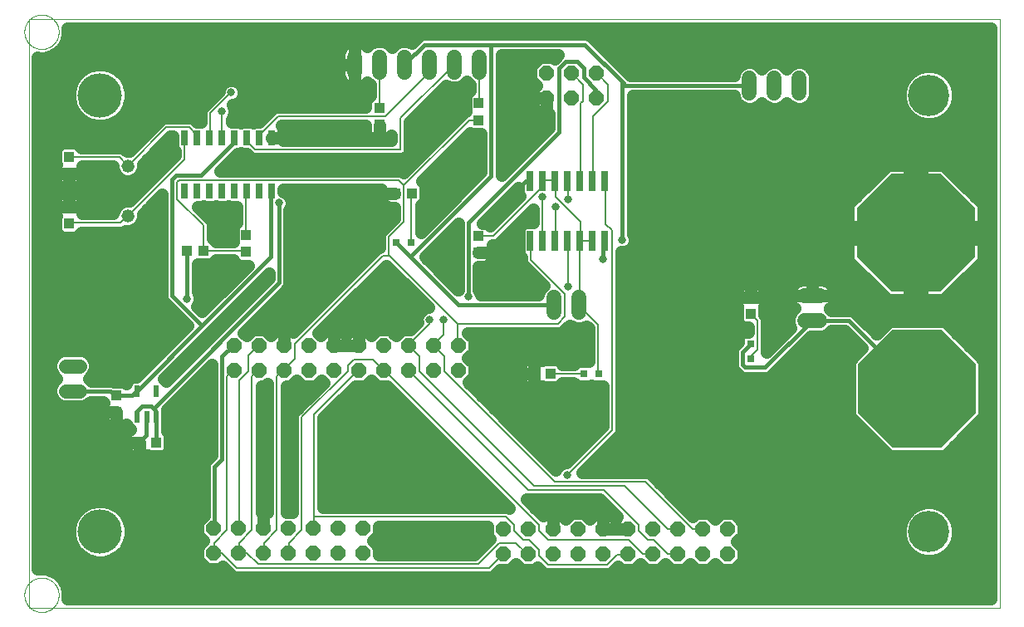
<source format=gtl>
G75*
%MOIN*%
%OFA0B0*%
%FSLAX25Y25*%
%IPPOS*%
%LPD*%
%AMOC8*
5,1,8,0,0,1.08239X$1,22.5*
%
%ADD10C,0.00000*%
%ADD11R,0.03937X0.04331*%
%ADD12C,0.06000*%
%ADD13OC8,0.06000*%
%ADD14R,0.04331X0.03937*%
%ADD15R,0.02165X0.04724*%
%ADD16OC8,0.47244*%
%ADD17C,0.05600*%
%ADD18R,0.02500X0.06000*%
%ADD19C,0.05200*%
%ADD20R,0.03150X0.03150*%
%ADD21R,0.02600X0.08000*%
%ADD22C,0.01600*%
%ADD23C,0.03169*%
%ADD24C,0.05000*%
%ADD25C,0.17780*%
%ADD26C,0.16598*%
%ADD27C,0.00800*%
D10*
X0003500Y0003500D02*
X0003500Y0239720D01*
X0393264Y0239720D01*
X0393264Y0003500D01*
X0003500Y0003500D01*
X0001728Y0008618D02*
X0001730Y0008787D01*
X0001736Y0008956D01*
X0001747Y0009125D01*
X0001761Y0009293D01*
X0001780Y0009461D01*
X0001803Y0009629D01*
X0001829Y0009796D01*
X0001860Y0009962D01*
X0001895Y0010128D01*
X0001934Y0010292D01*
X0001978Y0010456D01*
X0002025Y0010618D01*
X0002076Y0010779D01*
X0002131Y0010939D01*
X0002190Y0011098D01*
X0002252Y0011255D01*
X0002319Y0011410D01*
X0002390Y0011564D01*
X0002464Y0011716D01*
X0002542Y0011866D01*
X0002623Y0012014D01*
X0002708Y0012160D01*
X0002797Y0012304D01*
X0002889Y0012446D01*
X0002985Y0012585D01*
X0003084Y0012722D01*
X0003186Y0012857D01*
X0003292Y0012989D01*
X0003401Y0013118D01*
X0003513Y0013245D01*
X0003628Y0013369D01*
X0003746Y0013490D01*
X0003867Y0013608D01*
X0003991Y0013723D01*
X0004118Y0013835D01*
X0004247Y0013944D01*
X0004379Y0014050D01*
X0004514Y0014152D01*
X0004651Y0014251D01*
X0004790Y0014347D01*
X0004932Y0014439D01*
X0005076Y0014528D01*
X0005222Y0014613D01*
X0005370Y0014694D01*
X0005520Y0014772D01*
X0005672Y0014846D01*
X0005826Y0014917D01*
X0005981Y0014984D01*
X0006138Y0015046D01*
X0006297Y0015105D01*
X0006457Y0015160D01*
X0006618Y0015211D01*
X0006780Y0015258D01*
X0006944Y0015302D01*
X0007108Y0015341D01*
X0007274Y0015376D01*
X0007440Y0015407D01*
X0007607Y0015433D01*
X0007775Y0015456D01*
X0007943Y0015475D01*
X0008111Y0015489D01*
X0008280Y0015500D01*
X0008449Y0015506D01*
X0008618Y0015508D01*
X0008787Y0015506D01*
X0008956Y0015500D01*
X0009125Y0015489D01*
X0009293Y0015475D01*
X0009461Y0015456D01*
X0009629Y0015433D01*
X0009796Y0015407D01*
X0009962Y0015376D01*
X0010128Y0015341D01*
X0010292Y0015302D01*
X0010456Y0015258D01*
X0010618Y0015211D01*
X0010779Y0015160D01*
X0010939Y0015105D01*
X0011098Y0015046D01*
X0011255Y0014984D01*
X0011410Y0014917D01*
X0011564Y0014846D01*
X0011716Y0014772D01*
X0011866Y0014694D01*
X0012014Y0014613D01*
X0012160Y0014528D01*
X0012304Y0014439D01*
X0012446Y0014347D01*
X0012585Y0014251D01*
X0012722Y0014152D01*
X0012857Y0014050D01*
X0012989Y0013944D01*
X0013118Y0013835D01*
X0013245Y0013723D01*
X0013369Y0013608D01*
X0013490Y0013490D01*
X0013608Y0013369D01*
X0013723Y0013245D01*
X0013835Y0013118D01*
X0013944Y0012989D01*
X0014050Y0012857D01*
X0014152Y0012722D01*
X0014251Y0012585D01*
X0014347Y0012446D01*
X0014439Y0012304D01*
X0014528Y0012160D01*
X0014613Y0012014D01*
X0014694Y0011866D01*
X0014772Y0011716D01*
X0014846Y0011564D01*
X0014917Y0011410D01*
X0014984Y0011255D01*
X0015046Y0011098D01*
X0015105Y0010939D01*
X0015160Y0010779D01*
X0015211Y0010618D01*
X0015258Y0010456D01*
X0015302Y0010292D01*
X0015341Y0010128D01*
X0015376Y0009962D01*
X0015407Y0009796D01*
X0015433Y0009629D01*
X0015456Y0009461D01*
X0015475Y0009293D01*
X0015489Y0009125D01*
X0015500Y0008956D01*
X0015506Y0008787D01*
X0015508Y0008618D01*
X0015506Y0008449D01*
X0015500Y0008280D01*
X0015489Y0008111D01*
X0015475Y0007943D01*
X0015456Y0007775D01*
X0015433Y0007607D01*
X0015407Y0007440D01*
X0015376Y0007274D01*
X0015341Y0007108D01*
X0015302Y0006944D01*
X0015258Y0006780D01*
X0015211Y0006618D01*
X0015160Y0006457D01*
X0015105Y0006297D01*
X0015046Y0006138D01*
X0014984Y0005981D01*
X0014917Y0005826D01*
X0014846Y0005672D01*
X0014772Y0005520D01*
X0014694Y0005370D01*
X0014613Y0005222D01*
X0014528Y0005076D01*
X0014439Y0004932D01*
X0014347Y0004790D01*
X0014251Y0004651D01*
X0014152Y0004514D01*
X0014050Y0004379D01*
X0013944Y0004247D01*
X0013835Y0004118D01*
X0013723Y0003991D01*
X0013608Y0003867D01*
X0013490Y0003746D01*
X0013369Y0003628D01*
X0013245Y0003513D01*
X0013118Y0003401D01*
X0012989Y0003292D01*
X0012857Y0003186D01*
X0012722Y0003084D01*
X0012585Y0002985D01*
X0012446Y0002889D01*
X0012304Y0002797D01*
X0012160Y0002708D01*
X0012014Y0002623D01*
X0011866Y0002542D01*
X0011716Y0002464D01*
X0011564Y0002390D01*
X0011410Y0002319D01*
X0011255Y0002252D01*
X0011098Y0002190D01*
X0010939Y0002131D01*
X0010779Y0002076D01*
X0010618Y0002025D01*
X0010456Y0001978D01*
X0010292Y0001934D01*
X0010128Y0001895D01*
X0009962Y0001860D01*
X0009796Y0001829D01*
X0009629Y0001803D01*
X0009461Y0001780D01*
X0009293Y0001761D01*
X0009125Y0001747D01*
X0008956Y0001736D01*
X0008787Y0001730D01*
X0008618Y0001728D01*
X0008449Y0001730D01*
X0008280Y0001736D01*
X0008111Y0001747D01*
X0007943Y0001761D01*
X0007775Y0001780D01*
X0007607Y0001803D01*
X0007440Y0001829D01*
X0007274Y0001860D01*
X0007108Y0001895D01*
X0006944Y0001934D01*
X0006780Y0001978D01*
X0006618Y0002025D01*
X0006457Y0002076D01*
X0006297Y0002131D01*
X0006138Y0002190D01*
X0005981Y0002252D01*
X0005826Y0002319D01*
X0005672Y0002390D01*
X0005520Y0002464D01*
X0005370Y0002542D01*
X0005222Y0002623D01*
X0005076Y0002708D01*
X0004932Y0002797D01*
X0004790Y0002889D01*
X0004651Y0002985D01*
X0004514Y0003084D01*
X0004379Y0003186D01*
X0004247Y0003292D01*
X0004118Y0003401D01*
X0003991Y0003513D01*
X0003867Y0003628D01*
X0003746Y0003746D01*
X0003628Y0003867D01*
X0003513Y0003991D01*
X0003401Y0004118D01*
X0003292Y0004247D01*
X0003186Y0004379D01*
X0003084Y0004514D01*
X0002985Y0004651D01*
X0002889Y0004790D01*
X0002797Y0004932D01*
X0002708Y0005076D01*
X0002623Y0005222D01*
X0002542Y0005370D01*
X0002464Y0005520D01*
X0002390Y0005672D01*
X0002319Y0005826D01*
X0002252Y0005981D01*
X0002190Y0006138D01*
X0002131Y0006297D01*
X0002076Y0006457D01*
X0002025Y0006618D01*
X0001978Y0006780D01*
X0001934Y0006944D01*
X0001895Y0007108D01*
X0001860Y0007274D01*
X0001829Y0007440D01*
X0001803Y0007607D01*
X0001780Y0007775D01*
X0001761Y0007943D01*
X0001747Y0008111D01*
X0001736Y0008280D01*
X0001730Y0008449D01*
X0001728Y0008618D01*
X0001728Y0234602D02*
X0001730Y0234771D01*
X0001736Y0234940D01*
X0001747Y0235109D01*
X0001761Y0235277D01*
X0001780Y0235445D01*
X0001803Y0235613D01*
X0001829Y0235780D01*
X0001860Y0235946D01*
X0001895Y0236112D01*
X0001934Y0236276D01*
X0001978Y0236440D01*
X0002025Y0236602D01*
X0002076Y0236763D01*
X0002131Y0236923D01*
X0002190Y0237082D01*
X0002252Y0237239D01*
X0002319Y0237394D01*
X0002390Y0237548D01*
X0002464Y0237700D01*
X0002542Y0237850D01*
X0002623Y0237998D01*
X0002708Y0238144D01*
X0002797Y0238288D01*
X0002889Y0238430D01*
X0002985Y0238569D01*
X0003084Y0238706D01*
X0003186Y0238841D01*
X0003292Y0238973D01*
X0003401Y0239102D01*
X0003513Y0239229D01*
X0003628Y0239353D01*
X0003746Y0239474D01*
X0003867Y0239592D01*
X0003991Y0239707D01*
X0004118Y0239819D01*
X0004247Y0239928D01*
X0004379Y0240034D01*
X0004514Y0240136D01*
X0004651Y0240235D01*
X0004790Y0240331D01*
X0004932Y0240423D01*
X0005076Y0240512D01*
X0005222Y0240597D01*
X0005370Y0240678D01*
X0005520Y0240756D01*
X0005672Y0240830D01*
X0005826Y0240901D01*
X0005981Y0240968D01*
X0006138Y0241030D01*
X0006297Y0241089D01*
X0006457Y0241144D01*
X0006618Y0241195D01*
X0006780Y0241242D01*
X0006944Y0241286D01*
X0007108Y0241325D01*
X0007274Y0241360D01*
X0007440Y0241391D01*
X0007607Y0241417D01*
X0007775Y0241440D01*
X0007943Y0241459D01*
X0008111Y0241473D01*
X0008280Y0241484D01*
X0008449Y0241490D01*
X0008618Y0241492D01*
X0008787Y0241490D01*
X0008956Y0241484D01*
X0009125Y0241473D01*
X0009293Y0241459D01*
X0009461Y0241440D01*
X0009629Y0241417D01*
X0009796Y0241391D01*
X0009962Y0241360D01*
X0010128Y0241325D01*
X0010292Y0241286D01*
X0010456Y0241242D01*
X0010618Y0241195D01*
X0010779Y0241144D01*
X0010939Y0241089D01*
X0011098Y0241030D01*
X0011255Y0240968D01*
X0011410Y0240901D01*
X0011564Y0240830D01*
X0011716Y0240756D01*
X0011866Y0240678D01*
X0012014Y0240597D01*
X0012160Y0240512D01*
X0012304Y0240423D01*
X0012446Y0240331D01*
X0012585Y0240235D01*
X0012722Y0240136D01*
X0012857Y0240034D01*
X0012989Y0239928D01*
X0013118Y0239819D01*
X0013245Y0239707D01*
X0013369Y0239592D01*
X0013490Y0239474D01*
X0013608Y0239353D01*
X0013723Y0239229D01*
X0013835Y0239102D01*
X0013944Y0238973D01*
X0014050Y0238841D01*
X0014152Y0238706D01*
X0014251Y0238569D01*
X0014347Y0238430D01*
X0014439Y0238288D01*
X0014528Y0238144D01*
X0014613Y0237998D01*
X0014694Y0237850D01*
X0014772Y0237700D01*
X0014846Y0237548D01*
X0014917Y0237394D01*
X0014984Y0237239D01*
X0015046Y0237082D01*
X0015105Y0236923D01*
X0015160Y0236763D01*
X0015211Y0236602D01*
X0015258Y0236440D01*
X0015302Y0236276D01*
X0015341Y0236112D01*
X0015376Y0235946D01*
X0015407Y0235780D01*
X0015433Y0235613D01*
X0015456Y0235445D01*
X0015475Y0235277D01*
X0015489Y0235109D01*
X0015500Y0234940D01*
X0015506Y0234771D01*
X0015508Y0234602D01*
X0015506Y0234433D01*
X0015500Y0234264D01*
X0015489Y0234095D01*
X0015475Y0233927D01*
X0015456Y0233759D01*
X0015433Y0233591D01*
X0015407Y0233424D01*
X0015376Y0233258D01*
X0015341Y0233092D01*
X0015302Y0232928D01*
X0015258Y0232764D01*
X0015211Y0232602D01*
X0015160Y0232441D01*
X0015105Y0232281D01*
X0015046Y0232122D01*
X0014984Y0231965D01*
X0014917Y0231810D01*
X0014846Y0231656D01*
X0014772Y0231504D01*
X0014694Y0231354D01*
X0014613Y0231206D01*
X0014528Y0231060D01*
X0014439Y0230916D01*
X0014347Y0230774D01*
X0014251Y0230635D01*
X0014152Y0230498D01*
X0014050Y0230363D01*
X0013944Y0230231D01*
X0013835Y0230102D01*
X0013723Y0229975D01*
X0013608Y0229851D01*
X0013490Y0229730D01*
X0013369Y0229612D01*
X0013245Y0229497D01*
X0013118Y0229385D01*
X0012989Y0229276D01*
X0012857Y0229170D01*
X0012722Y0229068D01*
X0012585Y0228969D01*
X0012446Y0228873D01*
X0012304Y0228781D01*
X0012160Y0228692D01*
X0012014Y0228607D01*
X0011866Y0228526D01*
X0011716Y0228448D01*
X0011564Y0228374D01*
X0011410Y0228303D01*
X0011255Y0228236D01*
X0011098Y0228174D01*
X0010939Y0228115D01*
X0010779Y0228060D01*
X0010618Y0228009D01*
X0010456Y0227962D01*
X0010292Y0227918D01*
X0010128Y0227879D01*
X0009962Y0227844D01*
X0009796Y0227813D01*
X0009629Y0227787D01*
X0009461Y0227764D01*
X0009293Y0227745D01*
X0009125Y0227731D01*
X0008956Y0227720D01*
X0008787Y0227714D01*
X0008618Y0227712D01*
X0008449Y0227714D01*
X0008280Y0227720D01*
X0008111Y0227731D01*
X0007943Y0227745D01*
X0007775Y0227764D01*
X0007607Y0227787D01*
X0007440Y0227813D01*
X0007274Y0227844D01*
X0007108Y0227879D01*
X0006944Y0227918D01*
X0006780Y0227962D01*
X0006618Y0228009D01*
X0006457Y0228060D01*
X0006297Y0228115D01*
X0006138Y0228174D01*
X0005981Y0228236D01*
X0005826Y0228303D01*
X0005672Y0228374D01*
X0005520Y0228448D01*
X0005370Y0228526D01*
X0005222Y0228607D01*
X0005076Y0228692D01*
X0004932Y0228781D01*
X0004790Y0228873D01*
X0004651Y0228969D01*
X0004514Y0229068D01*
X0004379Y0229170D01*
X0004247Y0229276D01*
X0004118Y0229385D01*
X0003991Y0229497D01*
X0003867Y0229612D01*
X0003746Y0229730D01*
X0003628Y0229851D01*
X0003513Y0229975D01*
X0003401Y0230102D01*
X0003292Y0230231D01*
X0003186Y0230363D01*
X0003084Y0230498D01*
X0002985Y0230635D01*
X0002889Y0230774D01*
X0002797Y0230916D01*
X0002708Y0231060D01*
X0002623Y0231206D01*
X0002542Y0231354D01*
X0002464Y0231504D01*
X0002390Y0231656D01*
X0002319Y0231810D01*
X0002252Y0231965D01*
X0002190Y0232122D01*
X0002131Y0232281D01*
X0002076Y0232441D01*
X0002025Y0232602D01*
X0001978Y0232764D01*
X0001934Y0232928D01*
X0001895Y0233092D01*
X0001860Y0233258D01*
X0001829Y0233424D01*
X0001803Y0233591D01*
X0001780Y0233759D01*
X0001761Y0233927D01*
X0001747Y0234095D01*
X0001736Y0234264D01*
X0001730Y0234433D01*
X0001728Y0234602D01*
D11*
X0019612Y0184489D03*
X0019612Y0177796D03*
X0019600Y0164369D03*
X0019600Y0157676D03*
X0066889Y0146773D03*
X0073581Y0146773D03*
X0090722Y0146312D03*
X0090722Y0153005D03*
X0150482Y0169887D03*
X0157175Y0169887D03*
X0184079Y0199207D03*
X0184079Y0205900D03*
X0206150Y0097543D03*
X0212843Y0097543D03*
X0038630Y0088688D03*
X0038630Y0081995D03*
D12*
X0214185Y0122018D02*
X0214185Y0128018D01*
X0224185Y0128018D02*
X0224185Y0122018D01*
X0314923Y0118709D02*
X0320923Y0118709D01*
X0320923Y0128709D02*
X0314923Y0128709D01*
X0312741Y0209981D02*
X0312741Y0215981D01*
X0302741Y0215981D02*
X0302741Y0209981D01*
X0292741Y0209981D02*
X0292741Y0215981D01*
X0184305Y0218562D02*
X0184305Y0224562D01*
X0174305Y0224562D02*
X0174305Y0218562D01*
X0164305Y0218562D02*
X0164305Y0224562D01*
X0154305Y0224562D02*
X0154305Y0218562D01*
X0144305Y0218562D02*
X0144305Y0224562D01*
X0134305Y0224562D02*
X0134305Y0218562D01*
D13*
X0211330Y0218087D03*
X0221330Y0218087D03*
X0221330Y0208087D03*
X0211330Y0208087D03*
X0231330Y0208087D03*
X0231330Y0218087D03*
X0175853Y0108728D03*
X0165853Y0108728D03*
X0155853Y0108728D03*
X0145853Y0108728D03*
X0135853Y0108728D03*
X0125853Y0108728D03*
X0115853Y0108728D03*
X0105853Y0108728D03*
X0095853Y0108728D03*
X0085853Y0108728D03*
X0085853Y0098728D03*
X0095853Y0098728D03*
X0105853Y0098728D03*
X0115853Y0098728D03*
X0125853Y0098728D03*
X0135853Y0098728D03*
X0145853Y0098728D03*
X0155853Y0098728D03*
X0165853Y0098728D03*
X0175853Y0098728D03*
X0193856Y0035020D03*
X0203856Y0035020D03*
X0213856Y0035020D03*
X0223856Y0035020D03*
X0233856Y0035020D03*
X0243856Y0035020D03*
X0253856Y0035020D03*
X0263856Y0035020D03*
X0273856Y0035020D03*
X0283856Y0035020D03*
X0283856Y0025020D03*
X0273856Y0025020D03*
X0263856Y0025020D03*
X0253856Y0025020D03*
X0243856Y0025020D03*
X0233856Y0025020D03*
X0223856Y0025020D03*
X0213856Y0025020D03*
X0203856Y0025020D03*
X0193856Y0025020D03*
X0137551Y0025335D03*
X0127551Y0025335D03*
X0117551Y0025335D03*
X0107551Y0025335D03*
X0097551Y0025335D03*
X0087551Y0025335D03*
X0077551Y0025335D03*
X0077551Y0035335D03*
X0087551Y0035335D03*
X0097551Y0035335D03*
X0107551Y0035335D03*
X0117551Y0035335D03*
X0127551Y0035335D03*
X0137551Y0035335D03*
D14*
X0054502Y0069769D03*
X0047809Y0069769D03*
X0183943Y0145933D03*
X0183943Y0152625D03*
X0144133Y0197334D03*
X0144133Y0204027D03*
X0293241Y0128122D03*
X0293241Y0121429D03*
D15*
X0054577Y0090457D03*
X0047097Y0090457D03*
X0047097Y0080220D03*
X0050837Y0080220D03*
X0054577Y0080220D03*
D16*
X0359969Y0091470D03*
X0359438Y0154056D03*
D17*
X0023894Y0100513D02*
X0018294Y0100513D01*
X0018294Y0090513D02*
X0023894Y0090513D01*
D18*
X0065950Y0170805D03*
X0070950Y0170805D03*
X0075950Y0170805D03*
X0080950Y0170805D03*
X0085950Y0170805D03*
X0090950Y0170805D03*
X0095950Y0170805D03*
X0100950Y0170805D03*
X0100950Y0192026D03*
X0095950Y0192026D03*
X0090950Y0192026D03*
X0085950Y0192026D03*
X0080950Y0192026D03*
X0075950Y0192026D03*
X0070950Y0192026D03*
X0065950Y0192026D03*
D19*
X0043258Y0180720D03*
X0043258Y0160720D03*
D20*
X0150876Y0150202D03*
X0156781Y0150202D03*
X0226250Y0097438D03*
X0232156Y0097438D03*
X0293124Y0103446D03*
X0293124Y0109352D03*
D21*
X0234747Y0150672D03*
X0229747Y0150672D03*
X0224747Y0150672D03*
X0219747Y0150672D03*
X0214747Y0150672D03*
X0209747Y0150672D03*
X0204747Y0150672D03*
X0204747Y0174872D03*
X0209747Y0174872D03*
X0214747Y0174872D03*
X0219747Y0174872D03*
X0224747Y0174872D03*
X0229747Y0174872D03*
X0234747Y0174872D03*
D22*
X0216300Y0194300D02*
X0179900Y0157900D01*
X0179900Y0128300D01*
X0175900Y0125100D02*
X0213900Y0125100D01*
X0214185Y0125018D01*
X0233815Y0143264D02*
X0233815Y0149169D01*
X0234747Y0150672D01*
X0241689Y0151138D02*
X0241689Y0214130D01*
X0241880Y0214320D01*
X0243100Y0213100D01*
X0292700Y0213100D01*
X0292741Y0212981D01*
X0241880Y0214320D02*
X0226700Y0229500D01*
X0189100Y0229500D01*
X0189100Y0176700D01*
X0156700Y0144300D01*
X0151100Y0149900D01*
X0150876Y0150202D01*
X0156700Y0144300D02*
X0175900Y0125100D01*
X0127500Y0108728D02*
X0127500Y0108700D01*
X0125853Y0108728D01*
X0103900Y0133900D02*
X0103900Y0165900D01*
X0100950Y0170805D02*
X0100700Y0170700D01*
X0100700Y0144300D01*
X0073100Y0116700D01*
X0061100Y0128700D01*
X0061100Y0175500D01*
X0062700Y0177100D01*
X0072700Y0177100D01*
X0085900Y0190300D01*
X0085900Y0191900D01*
X0085950Y0192026D01*
X0067100Y0146700D02*
X0066889Y0146773D01*
X0067100Y0146700D02*
X0067100Y0127500D01*
X0073100Y0116700D02*
X0047500Y0091100D01*
X0047097Y0090457D01*
X0046700Y0090300D01*
X0045100Y0088700D01*
X0038700Y0088700D01*
X0038630Y0088688D01*
X0037900Y0088700D01*
X0036300Y0090300D01*
X0021100Y0090300D01*
X0021094Y0090513D01*
X0047100Y0082300D02*
X0049100Y0084300D01*
X0052700Y0084300D01*
X0053500Y0083500D01*
X0103900Y0133900D01*
X0085853Y0108728D02*
X0085500Y0108700D01*
X0081100Y0104300D01*
X0081100Y0063100D01*
X0077900Y0059900D01*
X0077900Y0035500D01*
X0077551Y0035335D01*
X0054700Y0069900D02*
X0054502Y0069769D01*
X0054700Y0069900D02*
X0054700Y0079900D01*
X0054577Y0080220D01*
X0054300Y0080700D01*
X0054300Y0082700D01*
X0053500Y0083500D01*
X0050837Y0080220D02*
X0050700Y0079900D01*
X0050700Y0072700D01*
X0047900Y0069900D01*
X0047809Y0069769D01*
X0047097Y0080220D02*
X0047100Y0080300D01*
X0047100Y0082300D01*
X0193000Y0164572D02*
X0193100Y0164700D01*
X0203100Y0174700D01*
X0204700Y0174700D01*
X0204747Y0174872D01*
X0216300Y0194300D02*
X0216300Y0219900D01*
X0219100Y0222700D01*
X0223500Y0222700D01*
X0226300Y0219900D01*
X0226300Y0216300D01*
X0231100Y0211500D01*
X0231100Y0208300D01*
X0231330Y0208087D01*
X0189100Y0229500D02*
X0162300Y0229500D01*
X0154700Y0221900D01*
X0154305Y0221562D01*
X0293124Y0109352D02*
X0293100Y0109100D01*
X0289900Y0105900D01*
X0289900Y0101100D01*
X0291100Y0099900D01*
X0299100Y0099900D01*
X0317900Y0118700D01*
X0317923Y0118709D01*
X0318700Y0118700D01*
X0332700Y0118700D01*
X0359900Y0091500D01*
X0359969Y0091470D01*
D23*
X0245065Y0082485D03*
X0233117Y0082485D03*
X0199821Y0098218D03*
X0185758Y0089364D03*
X0169900Y0119100D03*
X0164300Y0119100D03*
X0179900Y0128300D03*
X0190726Y0128804D03*
X0196916Y0143465D03*
X0219900Y0132300D03*
X0233815Y0143264D03*
X0241689Y0151138D03*
X0219900Y0167500D03*
X0215100Y0164300D03*
X0209500Y0168300D03*
X0193000Y0164572D03*
X0169342Y0170945D03*
X0180989Y0183509D03*
X0169524Y0199170D03*
X0157695Y0184238D03*
X0140953Y0191340D03*
X0118896Y0195220D03*
X0116695Y0205294D03*
X0092484Y0203720D03*
X0084700Y0210300D03*
X0081100Y0202700D03*
X0103900Y0165900D03*
X0078964Y0161850D03*
X0080221Y0135406D03*
X0067100Y0127500D03*
X0069156Y0106409D03*
X0035258Y0129424D03*
X0096649Y0134733D03*
X0112717Y0124267D03*
X0142427Y0125481D03*
X0169342Y0144541D03*
X0142924Y0169649D03*
X0200862Y0207406D03*
X0107141Y0090820D03*
X0130435Y0083719D03*
X0097805Y0065911D03*
X0077711Y0064600D03*
X0159916Y0057133D03*
X0161736Y0030911D03*
X0219500Y0056700D03*
D24*
X0215068Y0058764D02*
X0179934Y0093899D01*
X0182153Y0096119D01*
X0182153Y0101338D01*
X0179763Y0103728D01*
X0182153Y0106119D01*
X0182153Y0111338D01*
X0179691Y0113800D01*
X0216636Y0113800D01*
X0217996Y0114363D01*
X0219037Y0115404D01*
X0220463Y0116830D01*
X0220617Y0116677D01*
X0222932Y0115718D01*
X0225438Y0115718D01*
X0227285Y0116482D01*
X0228200Y0115567D01*
X0228200Y0102313D01*
X0224019Y0102313D01*
X0222806Y0101810D01*
X0222196Y0101200D01*
X0217766Y0101200D01*
X0217609Y0101578D01*
X0216681Y0102506D01*
X0215468Y0103008D01*
X0210218Y0103008D01*
X0209758Y0102818D01*
X0209140Y0103074D01*
X0208463Y0103208D01*
X0206150Y0103208D01*
X0203837Y0103208D01*
X0203161Y0103074D01*
X0202524Y0102810D01*
X0201951Y0102427D01*
X0201463Y0101939D01*
X0201080Y0101366D01*
X0200816Y0100729D01*
X0200682Y0100053D01*
X0200682Y0097543D01*
X0200682Y0095033D01*
X0200816Y0094357D01*
X0201080Y0093720D01*
X0201463Y0093147D01*
X0201951Y0092659D01*
X0202524Y0092276D01*
X0203161Y0092012D01*
X0203837Y0091878D01*
X0206150Y0091878D01*
X0206150Y0097543D01*
X0200682Y0097543D01*
X0206150Y0097543D01*
X0206150Y0097543D01*
X0206150Y0097543D01*
X0206150Y0103208D01*
X0206150Y0097543D01*
X0206150Y0097543D01*
X0206150Y0091878D01*
X0208463Y0091878D01*
X0209140Y0092012D01*
X0209758Y0092268D01*
X0210218Y0092078D01*
X0215468Y0092078D01*
X0216681Y0092580D01*
X0217609Y0093508D01*
X0217730Y0093800D01*
X0222072Y0093800D01*
X0222806Y0093066D01*
X0224019Y0092563D01*
X0228482Y0092563D01*
X0229203Y0092862D01*
X0229925Y0092563D01*
X0233800Y0092563D01*
X0233800Y0076233D01*
X0219152Y0061584D01*
X0218528Y0061584D01*
X0216733Y0060841D01*
X0215359Y0059467D01*
X0215068Y0058764D01*
X0210350Y0063482D02*
X0221050Y0063482D01*
X0226048Y0068481D02*
X0205352Y0068481D01*
X0200353Y0073479D02*
X0231047Y0073479D01*
X0233800Y0078478D02*
X0195355Y0078478D01*
X0190356Y0083476D02*
X0233800Y0083476D01*
X0233800Y0088475D02*
X0185358Y0088475D01*
X0180359Y0093473D02*
X0201245Y0093473D01*
X0206150Y0093473D02*
X0206150Y0093473D01*
X0206150Y0098472D02*
X0206150Y0098472D01*
X0200682Y0098472D02*
X0182153Y0098472D01*
X0180021Y0103470D02*
X0228200Y0103470D01*
X0228200Y0108469D02*
X0182153Y0108469D01*
X0180024Y0113467D02*
X0228200Y0113467D01*
X0241200Y0113467D02*
X0289423Y0113467D01*
X0289679Y0113724D02*
X0288751Y0112796D01*
X0288249Y0111583D01*
X0288249Y0110047D01*
X0287578Y0109376D01*
X0286424Y0108222D01*
X0285800Y0106716D01*
X0285800Y0100284D01*
X0286424Y0098778D01*
X0287624Y0097578D01*
X0288778Y0096424D01*
X0290284Y0095800D01*
X0299916Y0095800D01*
X0301422Y0096424D01*
X0317407Y0112409D01*
X0322177Y0112409D01*
X0324492Y0113368D01*
X0325724Y0114600D01*
X0331002Y0114600D01*
X0338013Y0107588D01*
X0333047Y0102622D01*
X0333047Y0080319D01*
X0348817Y0064548D01*
X0371120Y0064548D01*
X0386891Y0080319D01*
X0386891Y0102622D01*
X0371120Y0118392D01*
X0348817Y0118392D01*
X0343812Y0113387D01*
X0335022Y0122176D01*
X0333516Y0122800D01*
X0325742Y0122800D01*
X0324942Y0123599D01*
X0325218Y0123811D01*
X0325821Y0124414D01*
X0326340Y0125090D01*
X0326766Y0125828D01*
X0327092Y0126615D01*
X0327312Y0127438D01*
X0327423Y0128283D01*
X0327423Y0128709D01*
X0327423Y0129135D01*
X0327312Y0129980D01*
X0327092Y0130803D01*
X0326766Y0131590D01*
X0326340Y0132328D01*
X0325821Y0133004D01*
X0325218Y0133606D01*
X0324542Y0134125D01*
X0323804Y0134551D01*
X0323017Y0134877D01*
X0322194Y0135097D01*
X0321349Y0135209D01*
X0317923Y0135209D01*
X0314497Y0135209D01*
X0313653Y0135097D01*
X0312830Y0134877D01*
X0312042Y0134551D01*
X0311304Y0134125D01*
X0310629Y0133606D01*
X0310026Y0133004D01*
X0309507Y0132328D01*
X0309081Y0131590D01*
X0308755Y0130803D01*
X0308535Y0129980D01*
X0308423Y0129135D01*
X0308423Y0128709D01*
X0317923Y0128709D01*
X0317923Y0128709D01*
X0317923Y0135209D01*
X0317923Y0128709D01*
X0317923Y0128709D01*
X0308423Y0128709D01*
X0308423Y0128283D01*
X0308535Y0127438D01*
X0308755Y0126615D01*
X0309081Y0125828D01*
X0309507Y0125090D01*
X0310026Y0124414D01*
X0310629Y0123811D01*
X0310905Y0123599D01*
X0309583Y0122277D01*
X0308623Y0119962D01*
X0308623Y0117456D01*
X0309278Y0115876D01*
X0299483Y0106081D01*
X0299600Y0106364D01*
X0299600Y0119436D01*
X0299037Y0120796D01*
X0298706Y0121126D01*
X0298706Y0124054D01*
X0298516Y0124514D01*
X0298772Y0125132D01*
X0298906Y0125809D01*
X0298906Y0128122D01*
X0298906Y0130435D01*
X0298772Y0131111D01*
X0298508Y0131748D01*
X0298125Y0132321D01*
X0297637Y0132809D01*
X0297064Y0133192D01*
X0296427Y0133456D01*
X0295751Y0133590D01*
X0293241Y0133590D01*
X0293241Y0128122D01*
X0293241Y0128122D01*
X0298906Y0128122D01*
X0293241Y0128122D01*
X0293241Y0128122D01*
X0293241Y0133590D01*
X0290731Y0133590D01*
X0290055Y0133456D01*
X0289418Y0133192D01*
X0288844Y0132809D01*
X0288357Y0132321D01*
X0287974Y0131748D01*
X0287710Y0131111D01*
X0287576Y0130435D01*
X0287576Y0128122D01*
X0293241Y0128122D01*
X0293241Y0128122D01*
X0287576Y0128122D01*
X0287576Y0125809D01*
X0287710Y0125132D01*
X0287966Y0124514D01*
X0287776Y0124054D01*
X0287776Y0118804D01*
X0288278Y0117591D01*
X0289206Y0116663D01*
X0290419Y0116160D01*
X0292200Y0116160D01*
X0292200Y0114227D01*
X0290892Y0114227D01*
X0289679Y0113724D01*
X0287916Y0118466D02*
X0241200Y0118466D01*
X0241200Y0123464D02*
X0287776Y0123464D01*
X0287576Y0128463D02*
X0241200Y0128463D01*
X0241200Y0133461D02*
X0290082Y0133461D01*
X0293241Y0133461D02*
X0293241Y0133461D01*
X0296400Y0133461D02*
X0310484Y0133461D01*
X0308423Y0128463D02*
X0298906Y0128463D01*
X0298706Y0123464D02*
X0310769Y0123464D01*
X0308623Y0118466D02*
X0299600Y0118466D01*
X0299600Y0113467D02*
X0306869Y0113467D01*
X0301870Y0108469D02*
X0299600Y0108469D01*
X0308468Y0103470D02*
X0333895Y0103470D01*
X0333047Y0098472D02*
X0303470Y0098472D01*
X0313467Y0108469D02*
X0337133Y0108469D01*
X0332134Y0113467D02*
X0324592Y0113467D01*
X0325077Y0123464D02*
X0389764Y0123464D01*
X0389764Y0118466D02*
X0338732Y0118466D01*
X0343731Y0113467D02*
X0343892Y0113467D01*
X0348204Y0126934D02*
X0356938Y0126934D01*
X0356938Y0151555D01*
X0361938Y0151555D01*
X0361938Y0126934D01*
X0370672Y0126934D01*
X0386560Y0142821D01*
X0386560Y0151556D01*
X0361938Y0151556D01*
X0361938Y0156556D01*
X0356938Y0156556D01*
X0356938Y0181178D01*
X0348204Y0181178D01*
X0332316Y0165290D01*
X0332316Y0156556D01*
X0356938Y0156556D01*
X0356938Y0151556D01*
X0332316Y0151556D01*
X0332316Y0142821D01*
X0348204Y0126934D01*
X0346674Y0128463D02*
X0327423Y0128463D01*
X0327423Y0128709D02*
X0317924Y0128709D01*
X0327423Y0128709D01*
X0325363Y0133461D02*
X0341676Y0133461D01*
X0336677Y0138460D02*
X0241200Y0138460D01*
X0241200Y0143458D02*
X0332316Y0143458D01*
X0332316Y0148457D02*
X0245865Y0148457D01*
X0245830Y0148371D02*
X0246573Y0150166D01*
X0246573Y0152109D01*
X0245830Y0153904D01*
X0245789Y0153945D01*
X0245789Y0209000D01*
X0286441Y0209000D01*
X0286441Y0208728D01*
X0287400Y0206412D01*
X0289172Y0204640D01*
X0291488Y0203681D01*
X0293994Y0203681D01*
X0296310Y0204640D01*
X0297741Y0206071D01*
X0299172Y0204640D01*
X0301488Y0203681D01*
X0303994Y0203681D01*
X0306310Y0204640D01*
X0307741Y0206071D01*
X0309172Y0204640D01*
X0311488Y0203681D01*
X0313994Y0203681D01*
X0316310Y0204640D01*
X0318082Y0206412D01*
X0319041Y0208728D01*
X0319041Y0217234D01*
X0318082Y0219550D01*
X0316310Y0221322D01*
X0313994Y0222281D01*
X0311488Y0222281D01*
X0309172Y0221322D01*
X0307741Y0219891D01*
X0306310Y0221322D01*
X0303994Y0222281D01*
X0301488Y0222281D01*
X0299172Y0221322D01*
X0297741Y0219891D01*
X0296310Y0221322D01*
X0293994Y0222281D01*
X0291488Y0222281D01*
X0289172Y0221322D01*
X0287400Y0219550D01*
X0286441Y0217234D01*
X0286441Y0217200D01*
X0244798Y0217200D01*
X0244202Y0217796D01*
X0230176Y0231822D01*
X0229022Y0232976D01*
X0227516Y0233600D01*
X0161484Y0233600D01*
X0159978Y0232976D01*
X0158824Y0231822D01*
X0157189Y0230187D01*
X0155558Y0230862D01*
X0153051Y0230862D01*
X0150736Y0229903D01*
X0149305Y0228472D01*
X0147873Y0229903D01*
X0145558Y0230862D01*
X0143051Y0230862D01*
X0140736Y0229903D01*
X0139414Y0228581D01*
X0139202Y0228857D01*
X0138600Y0229460D01*
X0137924Y0229979D01*
X0137186Y0230405D01*
X0136398Y0230731D01*
X0135575Y0230951D01*
X0134731Y0231062D01*
X0134305Y0231062D01*
X0134305Y0221563D01*
X0134305Y0221563D01*
X0134305Y0231062D01*
X0133879Y0231062D01*
X0133034Y0230951D01*
X0132211Y0230731D01*
X0131424Y0230405D01*
X0130686Y0229979D01*
X0130010Y0229460D01*
X0129407Y0228857D01*
X0128888Y0228181D01*
X0128462Y0227443D01*
X0128136Y0226656D01*
X0127916Y0225833D01*
X0127805Y0224988D01*
X0127805Y0221562D01*
X0127805Y0218136D01*
X0127916Y0217292D01*
X0128136Y0216469D01*
X0128462Y0215681D01*
X0128888Y0214943D01*
X0129407Y0214267D01*
X0130010Y0213665D01*
X0130686Y0213146D01*
X0131424Y0212720D01*
X0132211Y0212394D01*
X0133034Y0212174D01*
X0133879Y0212062D01*
X0134305Y0212062D01*
X0134731Y0212062D01*
X0135575Y0212174D01*
X0136398Y0212394D01*
X0137186Y0212720D01*
X0137924Y0213146D01*
X0138600Y0213665D01*
X0139202Y0214267D01*
X0139414Y0214544D01*
X0140600Y0213358D01*
X0140600Y0209001D01*
X0140099Y0208793D01*
X0139171Y0207865D01*
X0138668Y0206652D01*
X0138668Y0204400D01*
X0102764Y0204400D01*
X0101404Y0203837D01*
X0100363Y0202796D01*
X0095893Y0198326D01*
X0094043Y0198326D01*
X0093449Y0198080D01*
X0092856Y0198326D01*
X0089043Y0198326D01*
X0088450Y0198080D01*
X0087856Y0198326D01*
X0084800Y0198326D01*
X0084800Y0199493D01*
X0085241Y0199933D01*
X0085984Y0201728D01*
X0085984Y0203672D01*
X0085262Y0205416D01*
X0085672Y0205416D01*
X0087467Y0206159D01*
X0088841Y0207533D01*
X0089584Y0209328D01*
X0089584Y0211272D01*
X0088841Y0213067D01*
X0087467Y0214441D01*
X0085672Y0215184D01*
X0083728Y0215184D01*
X0081933Y0214441D01*
X0080559Y0213067D01*
X0079816Y0211272D01*
X0079816Y0210648D01*
X0073163Y0203996D01*
X0072600Y0202636D01*
X0072600Y0198326D01*
X0071107Y0198326D01*
X0071037Y0198396D01*
X0069996Y0199437D01*
X0068636Y0200000D01*
X0057964Y0200000D01*
X0056604Y0199437D01*
X0043788Y0186620D01*
X0042812Y0186620D01*
X0041996Y0187437D01*
X0040636Y0188000D01*
X0024595Y0188000D01*
X0024378Y0188524D01*
X0023450Y0189452D01*
X0022237Y0189954D01*
X0016987Y0189954D01*
X0015774Y0189452D01*
X0014846Y0188524D01*
X0014344Y0187311D01*
X0014344Y0181667D01*
X0014453Y0181404D01*
X0014278Y0180982D01*
X0014144Y0180306D01*
X0014144Y0177796D01*
X0014144Y0175286D01*
X0014278Y0174610D01*
X0014542Y0173973D01*
X0014925Y0173400D01*
X0015413Y0172912D01*
X0015986Y0172529D01*
X0016623Y0172265D01*
X0017299Y0172131D01*
X0019612Y0172131D01*
X0019612Y0177796D01*
X0014144Y0177796D01*
X0019612Y0177796D01*
X0019612Y0177796D01*
X0019612Y0177796D01*
X0019612Y0172131D01*
X0021925Y0172131D01*
X0022602Y0172265D01*
X0023239Y0172529D01*
X0023812Y0172912D01*
X0024299Y0173400D01*
X0024682Y0173973D01*
X0024946Y0174610D01*
X0025081Y0175286D01*
X0025081Y0177796D01*
X0019612Y0177796D01*
X0019612Y0177796D01*
X0025081Y0177796D01*
X0025081Y0180306D01*
X0025022Y0180600D01*
X0037358Y0180600D01*
X0037358Y0179547D01*
X0038257Y0177378D01*
X0039916Y0175719D01*
X0042085Y0174820D01*
X0044432Y0174820D01*
X0046601Y0175719D01*
X0048260Y0177378D01*
X0049158Y0179547D01*
X0049158Y0181526D01*
X0060233Y0192600D01*
X0061400Y0192600D01*
X0061400Y0188369D01*
X0061902Y0187156D01*
X0062200Y0186858D01*
X0062200Y0185033D01*
X0043788Y0166620D01*
X0042085Y0166620D01*
X0039916Y0165722D01*
X0038257Y0164062D01*
X0037358Y0161894D01*
X0037358Y0161600D01*
X0025017Y0161600D01*
X0025069Y0161859D01*
X0025069Y0164369D01*
X0019601Y0164369D01*
X0019601Y0164369D01*
X0025069Y0164369D01*
X0025069Y0166879D01*
X0024934Y0167556D01*
X0024671Y0168192D01*
X0024288Y0168766D01*
X0023800Y0169253D01*
X0023227Y0169636D01*
X0022590Y0169900D01*
X0021914Y0170035D01*
X0019601Y0170035D01*
X0019601Y0164369D01*
X0019600Y0164369D01*
X0014132Y0164369D01*
X0014132Y0161859D01*
X0014266Y0161183D01*
X0014441Y0160762D01*
X0014332Y0160498D01*
X0014332Y0154855D01*
X0014834Y0153642D01*
X0015763Y0152713D01*
X0016976Y0152211D01*
X0022225Y0152211D01*
X0023438Y0152713D01*
X0024367Y0153642D01*
X0024598Y0154200D01*
X0041036Y0154200D01*
X0042396Y0154763D01*
X0042453Y0154820D01*
X0044432Y0154820D01*
X0046601Y0155719D01*
X0048260Y0157378D01*
X0049158Y0159547D01*
X0049158Y0161526D01*
X0057000Y0169367D01*
X0057000Y0127884D01*
X0057624Y0126378D01*
X0067302Y0116700D01*
X0046721Y0096120D01*
X0045358Y0096120D01*
X0044145Y0095617D01*
X0043216Y0094689D01*
X0042714Y0093476D01*
X0042714Y0093405D01*
X0042468Y0093651D01*
X0041255Y0094154D01*
X0037711Y0094154D01*
X0037116Y0094400D01*
X0028633Y0094400D01*
X0027520Y0095513D01*
X0029065Y0097057D01*
X0029994Y0099299D01*
X0029994Y0101726D01*
X0029065Y0103968D01*
X0027349Y0105684D01*
X0025107Y0106613D01*
X0017080Y0106613D01*
X0014838Y0105684D01*
X0013122Y0103968D01*
X0012194Y0101726D01*
X0012194Y0099299D01*
X0013122Y0097057D01*
X0014667Y0095513D01*
X0013122Y0093968D01*
X0012194Y0091726D01*
X0012194Y0089299D01*
X0013122Y0087057D01*
X0014838Y0085341D01*
X0017080Y0084413D01*
X0025107Y0084413D01*
X0027349Y0085341D01*
X0028208Y0086200D01*
X0033362Y0086200D01*
X0033362Y0085866D01*
X0033471Y0085603D01*
X0033296Y0085182D01*
X0033162Y0084505D01*
X0033162Y0081995D01*
X0033162Y0079485D01*
X0033296Y0078809D01*
X0033560Y0078172D01*
X0033943Y0077599D01*
X0034431Y0077111D01*
X0035004Y0076728D01*
X0035641Y0076464D01*
X0036317Y0076330D01*
X0038630Y0076330D01*
X0038630Y0081995D01*
X0038630Y0081995D01*
X0033162Y0081995D01*
X0038630Y0081995D01*
X0038630Y0081995D01*
X0038630Y0076330D01*
X0040943Y0076330D01*
X0041620Y0076464D01*
X0042257Y0076728D01*
X0042768Y0077070D01*
X0043216Y0075989D01*
X0044145Y0075061D01*
X0044333Y0074983D01*
X0043986Y0074839D01*
X0043412Y0074456D01*
X0042925Y0073968D01*
X0042542Y0073395D01*
X0042278Y0072758D01*
X0042144Y0072082D01*
X0042144Y0069769D01*
X0047809Y0069769D01*
X0047809Y0064300D01*
X0050319Y0064300D01*
X0050995Y0064435D01*
X0051417Y0064609D01*
X0051680Y0064500D01*
X0057324Y0064500D01*
X0058536Y0065003D01*
X0059465Y0065931D01*
X0059967Y0067144D01*
X0059967Y0072394D01*
X0059465Y0073607D01*
X0058800Y0074271D01*
X0058800Y0076816D01*
X0058960Y0077202D01*
X0058960Y0083161D01*
X0077000Y0101202D01*
X0077000Y0064798D01*
X0074424Y0062222D01*
X0073800Y0060716D01*
X0073800Y0040493D01*
X0071251Y0037945D01*
X0071251Y0032726D01*
X0073642Y0030335D01*
X0071251Y0027945D01*
X0071251Y0022726D01*
X0074942Y0019035D01*
X0080161Y0019035D01*
X0081247Y0020121D01*
X0083963Y0017404D01*
X0085004Y0016363D01*
X0086364Y0015800D01*
X0189036Y0015800D01*
X0190396Y0016363D01*
X0192753Y0018720D01*
X0196465Y0018720D01*
X0198856Y0021111D01*
X0201246Y0018720D01*
X0206465Y0018720D01*
X0207556Y0019811D01*
X0209804Y0017563D01*
X0211164Y0017000D01*
X0236236Y0017000D01*
X0237596Y0017563D01*
X0238637Y0018604D01*
X0239999Y0019967D01*
X0241246Y0018720D01*
X0246465Y0018720D01*
X0248856Y0021111D01*
X0251246Y0018720D01*
X0256465Y0018720D01*
X0258856Y0021111D01*
X0261246Y0018720D01*
X0266465Y0018720D01*
X0268856Y0021111D01*
X0271246Y0018720D01*
X0276465Y0018720D01*
X0278856Y0021111D01*
X0281246Y0018720D01*
X0286465Y0018720D01*
X0290156Y0022411D01*
X0290156Y0027630D01*
X0287765Y0030020D01*
X0290156Y0032411D01*
X0290156Y0037630D01*
X0286465Y0041320D01*
X0281246Y0041320D01*
X0278856Y0038930D01*
X0276465Y0041320D01*
X0271246Y0041320D01*
X0270079Y0040153D01*
X0254237Y0055996D01*
X0253196Y0057037D01*
X0251836Y0057600D01*
X0225633Y0057600D01*
X0240637Y0072604D01*
X0241200Y0073964D01*
X0241200Y0146254D01*
X0242661Y0146254D01*
X0244456Y0146997D01*
X0245830Y0148371D01*
X0246016Y0153455D02*
X0356938Y0153455D01*
X0356938Y0148457D02*
X0361938Y0148457D01*
X0361938Y0153455D02*
X0389764Y0153455D01*
X0386560Y0156556D02*
X0386560Y0165290D01*
X0370672Y0181178D01*
X0361938Y0181178D01*
X0361938Y0156556D01*
X0386560Y0156556D01*
X0386560Y0158454D02*
X0389764Y0158454D01*
X0389764Y0163452D02*
X0386560Y0163452D01*
X0383399Y0168451D02*
X0389764Y0168451D01*
X0389764Y0173449D02*
X0378401Y0173449D01*
X0373402Y0178448D02*
X0389764Y0178448D01*
X0389764Y0183446D02*
X0245789Y0183446D01*
X0245789Y0178448D02*
X0345474Y0178448D01*
X0340475Y0173449D02*
X0245789Y0173449D01*
X0245789Y0168451D02*
X0335477Y0168451D01*
X0332316Y0163452D02*
X0245789Y0163452D01*
X0245789Y0158454D02*
X0332316Y0158454D01*
X0356938Y0158454D02*
X0361938Y0158454D01*
X0361938Y0163452D02*
X0356938Y0163452D01*
X0356938Y0168451D02*
X0361938Y0168451D01*
X0361938Y0173449D02*
X0356938Y0173449D01*
X0356938Y0178448D02*
X0361938Y0178448D01*
X0389764Y0188445D02*
X0245789Y0188445D01*
X0245789Y0193443D02*
X0389764Y0193443D01*
X0389764Y0198442D02*
X0369270Y0198442D01*
X0369198Y0198400D02*
X0371843Y0199927D01*
X0374002Y0202087D01*
X0375529Y0204732D01*
X0376320Y0207682D01*
X0376320Y0210736D01*
X0375529Y0213686D01*
X0374002Y0216331D01*
X0371843Y0218490D01*
X0369198Y0220017D01*
X0366248Y0220808D01*
X0363193Y0220808D01*
X0360243Y0220017D01*
X0357598Y0218490D01*
X0355439Y0216331D01*
X0353912Y0213686D01*
X0353121Y0210736D01*
X0353121Y0207682D01*
X0353912Y0204732D01*
X0355439Y0202087D01*
X0357598Y0199927D01*
X0360243Y0198400D01*
X0363193Y0197609D01*
X0366248Y0197609D01*
X0369198Y0198400D01*
X0374784Y0203440D02*
X0389764Y0203440D01*
X0389764Y0208439D02*
X0376320Y0208439D01*
X0375596Y0213437D02*
X0389764Y0213437D01*
X0389764Y0218436D02*
X0371897Y0218436D01*
X0357544Y0218436D02*
X0318543Y0218436D01*
X0319041Y0213437D02*
X0353845Y0213437D01*
X0353121Y0208439D02*
X0318921Y0208439D01*
X0286561Y0208439D02*
X0245789Y0208439D01*
X0245789Y0203440D02*
X0354657Y0203440D01*
X0360171Y0198442D02*
X0245789Y0198442D01*
X0243562Y0218436D02*
X0286939Y0218436D01*
X0238564Y0223434D02*
X0389764Y0223434D01*
X0389764Y0228433D02*
X0233565Y0228433D01*
X0227922Y0233432D02*
X0389764Y0233432D01*
X0389764Y0236220D02*
X0389764Y0007000D01*
X0018941Y0007000D01*
X0019008Y0007250D01*
X0019008Y0009986D01*
X0018300Y0012628D01*
X0016932Y0014998D01*
X0014998Y0016932D01*
X0012628Y0018300D01*
X0009986Y0019008D01*
X0007250Y0019008D01*
X0007000Y0018941D01*
X0007000Y0224280D01*
X0007250Y0224213D01*
X0009986Y0224213D01*
X0012628Y0224921D01*
X0014998Y0226288D01*
X0016932Y0228223D01*
X0018300Y0230592D01*
X0019008Y0233235D01*
X0019008Y0235970D01*
X0018941Y0236220D01*
X0389764Y0236220D01*
X0389764Y0148457D02*
X0386560Y0148457D01*
X0386560Y0143458D02*
X0389764Y0143458D01*
X0389764Y0138460D02*
X0382199Y0138460D01*
X0377200Y0133461D02*
X0389764Y0133461D01*
X0389764Y0128463D02*
X0372202Y0128463D01*
X0361938Y0128463D02*
X0356938Y0128463D01*
X0356938Y0133461D02*
X0361938Y0133461D01*
X0361938Y0138460D02*
X0356938Y0138460D01*
X0356938Y0143458D02*
X0361938Y0143458D01*
X0376045Y0113467D02*
X0389764Y0113467D01*
X0389764Y0108469D02*
X0381044Y0108469D01*
X0386042Y0103470D02*
X0389764Y0103470D01*
X0389764Y0098472D02*
X0386891Y0098472D01*
X0386891Y0093473D02*
X0389764Y0093473D01*
X0389764Y0088475D02*
X0386891Y0088475D01*
X0386891Y0083476D02*
X0389764Y0083476D01*
X0389764Y0078478D02*
X0385050Y0078478D01*
X0389764Y0073479D02*
X0380051Y0073479D01*
X0375053Y0068481D02*
X0389764Y0068481D01*
X0389764Y0063482D02*
X0231515Y0063482D01*
X0236513Y0068481D02*
X0344885Y0068481D01*
X0339886Y0073479D02*
X0240999Y0073479D01*
X0241200Y0078478D02*
X0334888Y0078478D01*
X0333047Y0083476D02*
X0241200Y0083476D01*
X0241200Y0088475D02*
X0333047Y0088475D01*
X0333047Y0093473D02*
X0241200Y0093473D01*
X0241200Y0098472D02*
X0286730Y0098472D01*
X0285800Y0103470D02*
X0241200Y0103470D01*
X0241200Y0108469D02*
X0286670Y0108469D01*
X0293241Y0128463D02*
X0293241Y0128463D01*
X0317924Y0128709D02*
X0317924Y0128709D01*
X0317923Y0133461D02*
X0317923Y0133461D01*
X0222399Y0093473D02*
X0217574Y0093473D01*
X0171287Y0068481D02*
X0121600Y0068481D01*
X0121600Y0073479D02*
X0166288Y0073479D01*
X0161290Y0078478D02*
X0121600Y0078478D01*
X0121600Y0079567D02*
X0134461Y0092428D01*
X0138463Y0092428D01*
X0140853Y0094819D01*
X0143244Y0092428D01*
X0147339Y0092428D01*
X0196402Y0043366D01*
X0195836Y0043600D01*
X0121600Y0043600D01*
X0121600Y0079567D01*
X0125509Y0083476D02*
X0156291Y0083476D01*
X0151293Y0088475D02*
X0130507Y0088475D01*
X0121820Y0093852D02*
X0109963Y0081996D01*
X0109400Y0080636D01*
X0109400Y0041635D01*
X0106800Y0041635D01*
X0106800Y0092428D01*
X0108463Y0092428D01*
X0110853Y0094819D01*
X0113244Y0092428D01*
X0118463Y0092428D01*
X0120853Y0094819D01*
X0121820Y0093852D01*
X0121441Y0093473D02*
X0119508Y0093473D01*
X0116442Y0088475D02*
X0106800Y0088475D01*
X0099400Y0088475D02*
X0096800Y0088475D01*
X0096800Y0092428D02*
X0098463Y0092428D01*
X0099400Y0093365D01*
X0099400Y0041835D01*
X0097551Y0041835D01*
X0096800Y0041835D01*
X0096800Y0092428D01*
X0096800Y0083476D02*
X0099400Y0083476D01*
X0106800Y0083476D02*
X0111444Y0083476D01*
X0109400Y0078478D02*
X0106800Y0078478D01*
X0099400Y0078478D02*
X0096800Y0078478D01*
X0096800Y0073479D02*
X0099400Y0073479D01*
X0106800Y0073479D02*
X0109400Y0073479D01*
X0109400Y0068481D02*
X0106800Y0068481D01*
X0099400Y0068481D02*
X0096800Y0068481D01*
X0096800Y0063482D02*
X0099400Y0063482D01*
X0106800Y0063482D02*
X0109400Y0063482D01*
X0109400Y0058484D02*
X0106800Y0058484D01*
X0106800Y0053485D02*
X0109400Y0053485D01*
X0109400Y0048487D02*
X0106800Y0048487D01*
X0099400Y0048487D02*
X0096800Y0048487D01*
X0096800Y0053485D02*
X0099400Y0053485D01*
X0099400Y0058484D02*
X0096800Y0058484D01*
X0096800Y0043488D02*
X0099400Y0043488D01*
X0097551Y0041835D02*
X0097551Y0035335D01*
X0097551Y0041835D01*
X0097551Y0038490D02*
X0097551Y0038490D01*
X0097551Y0035335D02*
X0097551Y0035335D01*
X0106800Y0043488D02*
X0109400Y0043488D01*
X0121600Y0048487D02*
X0191281Y0048487D01*
X0196106Y0043488D02*
X0196279Y0043488D01*
X0203233Y0047000D02*
X0232767Y0047000D01*
X0239705Y0040062D01*
X0238856Y0039212D01*
X0236548Y0041520D01*
X0233856Y0041520D01*
X0233856Y0035020D01*
X0233856Y0035020D01*
X0240356Y0035020D01*
X0243856Y0035020D01*
X0243856Y0035020D01*
X0233856Y0035020D01*
X0233856Y0035020D01*
X0233856Y0041520D01*
X0231163Y0041520D01*
X0228714Y0039071D01*
X0226465Y0041320D01*
X0221246Y0041320D01*
X0218997Y0039071D01*
X0216548Y0041520D01*
X0213856Y0041520D01*
X0213856Y0035020D01*
X0213856Y0035020D01*
X0213856Y0041520D01*
X0211163Y0041520D01*
X0209938Y0040295D01*
X0203233Y0047000D01*
X0206744Y0043488D02*
X0236279Y0043488D01*
X0233856Y0038490D02*
X0233856Y0038490D01*
X0213856Y0038490D02*
X0213856Y0038490D01*
X0188767Y0031199D02*
X0182367Y0024800D01*
X0143851Y0024800D01*
X0143851Y0027945D01*
X0141461Y0030335D01*
X0143851Y0032726D01*
X0143851Y0036200D01*
X0187556Y0036200D01*
X0187556Y0032411D01*
X0188767Y0031199D01*
X0187556Y0033491D02*
X0143851Y0033491D01*
X0143303Y0028493D02*
X0186060Y0028493D01*
X0192528Y0018496D02*
X0208872Y0018496D01*
X0238528Y0018496D02*
X0389764Y0018496D01*
X0389764Y0013497D02*
X0017798Y0013497D01*
X0019008Y0008499D02*
X0389764Y0008499D01*
X0389764Y0023494D02*
X0369702Y0023494D01*
X0369198Y0023203D02*
X0371843Y0024730D01*
X0374002Y0026890D01*
X0375529Y0029535D01*
X0376320Y0032485D01*
X0376320Y0035539D01*
X0375529Y0038489D01*
X0374002Y0041134D01*
X0371843Y0043293D01*
X0369198Y0044821D01*
X0366248Y0045611D01*
X0363193Y0045611D01*
X0360243Y0044821D01*
X0357598Y0043293D01*
X0355439Y0041134D01*
X0353912Y0038489D01*
X0353121Y0035539D01*
X0353121Y0032485D01*
X0353912Y0029535D01*
X0355439Y0026890D01*
X0357598Y0024730D01*
X0360243Y0023203D01*
X0363193Y0022413D01*
X0366248Y0022413D01*
X0369198Y0023203D01*
X0374928Y0028493D02*
X0389764Y0028493D01*
X0389764Y0033491D02*
X0376320Y0033491D01*
X0375529Y0038490D02*
X0389764Y0038490D01*
X0389764Y0043488D02*
X0371505Y0043488D01*
X0357935Y0043488D02*
X0266744Y0043488D01*
X0261746Y0048487D02*
X0389764Y0048487D01*
X0389764Y0053485D02*
X0256747Y0053485D01*
X0226516Y0058484D02*
X0389764Y0058484D01*
X0353912Y0038490D02*
X0289296Y0038490D01*
X0290156Y0033491D02*
X0353121Y0033491D01*
X0354513Y0028493D02*
X0289293Y0028493D01*
X0290156Y0023494D02*
X0359739Y0023494D01*
X0207885Y0129200D02*
X0184784Y0129200D01*
X0184784Y0129272D01*
X0184041Y0131067D01*
X0184000Y0131107D01*
X0184000Y0140464D01*
X0186453Y0140464D01*
X0187129Y0140599D01*
X0187766Y0140862D01*
X0188339Y0141245D01*
X0188827Y0141733D01*
X0189210Y0142306D01*
X0189474Y0142943D01*
X0189608Y0143619D01*
X0189608Y0145932D01*
X0184000Y0145932D01*
X0184000Y0145933D01*
X0189608Y0145933D01*
X0189608Y0148246D01*
X0189474Y0148922D01*
X0189441Y0149000D01*
X0190636Y0149000D01*
X0191996Y0149563D01*
X0205800Y0163367D01*
X0205800Y0157972D01*
X0202791Y0157972D01*
X0201578Y0157469D01*
X0200649Y0156541D01*
X0200147Y0155328D01*
X0200147Y0146015D01*
X0200649Y0144802D01*
X0201400Y0144052D01*
X0201400Y0142364D01*
X0201963Y0141004D01*
X0210113Y0132855D01*
X0208844Y0131586D01*
X0207885Y0129271D01*
X0207885Y0129200D01*
X0209506Y0133461D02*
X0184000Y0133461D01*
X0184000Y0138460D02*
X0204508Y0138460D01*
X0201400Y0143458D02*
X0189576Y0143458D01*
X0189566Y0148457D02*
X0200147Y0148457D01*
X0200147Y0153455D02*
X0195888Y0153455D01*
X0200886Y0158454D02*
X0205800Y0158454D01*
X0195420Y0163452D02*
X0191251Y0163452D01*
X0190421Y0158454D02*
X0186252Y0158454D01*
X0186765Y0157894D02*
X0185692Y0157894D01*
X0199947Y0172149D01*
X0199947Y0170527D01*
X0200082Y0169851D01*
X0200345Y0169214D01*
X0200680Y0168713D01*
X0188668Y0156701D01*
X0187977Y0157392D01*
X0186765Y0157894D01*
X0175800Y0157602D02*
X0175800Y0131107D01*
X0175759Y0131067D01*
X0175751Y0131047D01*
X0162498Y0144300D01*
X0175800Y0157602D01*
X0175800Y0153455D02*
X0171654Y0153455D01*
X0175800Y0148457D02*
X0166655Y0148457D01*
X0163340Y0143458D02*
X0175800Y0143458D01*
X0175800Y0138460D02*
X0168338Y0138460D01*
X0173337Y0133461D02*
X0175800Y0133461D01*
X0163783Y0123984D02*
X0163328Y0123984D01*
X0161533Y0123241D01*
X0160159Y0121867D01*
X0159416Y0120072D01*
X0159416Y0118128D01*
X0159498Y0117930D01*
X0156596Y0115028D01*
X0153244Y0115028D01*
X0150853Y0112638D01*
X0148463Y0115028D01*
X0143244Y0115028D01*
X0140995Y0112779D01*
X0138546Y0115228D01*
X0135853Y0115228D01*
X0133161Y0115228D01*
X0130853Y0112921D01*
X0128546Y0115228D01*
X0125853Y0115228D01*
X0123161Y0115228D01*
X0120712Y0112779D01*
X0119762Y0113729D01*
X0146900Y0140867D01*
X0163783Y0123984D01*
X0162073Y0123464D02*
X0129497Y0123464D01*
X0124498Y0118466D02*
X0159416Y0118466D01*
X0151683Y0113467D02*
X0150024Y0113467D01*
X0141683Y0113467D02*
X0140307Y0113467D01*
X0135853Y0113467D02*
X0135853Y0113467D01*
X0135853Y0115228D02*
X0135853Y0108728D01*
X0129353Y0108728D01*
X0125853Y0108728D01*
X0125853Y0115228D01*
X0125853Y0108728D01*
X0125853Y0108728D01*
X0125853Y0108728D01*
X0135853Y0108728D01*
X0135853Y0108728D01*
X0135853Y0108728D01*
X0135853Y0115228D01*
X0131400Y0113467D02*
X0130307Y0113467D01*
X0125853Y0113467D02*
X0125853Y0113467D01*
X0121400Y0113467D02*
X0120024Y0113467D01*
X0114033Y0118466D02*
X0094264Y0118466D01*
X0093244Y0115028D02*
X0090853Y0112638D01*
X0089645Y0113846D01*
X0106222Y0130424D01*
X0107376Y0131578D01*
X0108000Y0133084D01*
X0108000Y0163093D01*
X0108041Y0163133D01*
X0108784Y0164928D01*
X0108784Y0166872D01*
X0108041Y0168667D01*
X0106667Y0170041D01*
X0105499Y0170524D01*
X0105499Y0171400D01*
X0145013Y0171400D01*
X0145013Y0169887D01*
X0150200Y0169887D01*
X0150200Y0169887D01*
X0145013Y0169887D01*
X0145013Y0167377D01*
X0145148Y0166701D01*
X0145412Y0166064D01*
X0145795Y0165490D01*
X0146282Y0165003D01*
X0146855Y0164620D01*
X0147492Y0164356D01*
X0148169Y0164221D01*
X0150200Y0164221D01*
X0150200Y0159833D01*
X0145804Y0155437D01*
X0144763Y0154396D01*
X0144200Y0153036D01*
X0144200Y0148166D01*
X0143404Y0147837D01*
X0109671Y0114103D01*
X0108546Y0115228D01*
X0105853Y0115228D01*
X0103161Y0115228D01*
X0100712Y0112779D01*
X0098463Y0115028D01*
X0093244Y0115028D01*
X0091683Y0113467D02*
X0090024Y0113467D01*
X0082668Y0118466D02*
X0080664Y0118466D01*
X0076576Y0114378D02*
X0099800Y0137602D01*
X0099800Y0135598D01*
X0058584Y0094382D01*
X0058457Y0094689D01*
X0057672Y0095474D01*
X0075422Y0113224D01*
X0076576Y0114378D01*
X0076576Y0114378D01*
X0075666Y0113467D02*
X0077669Y0113467D01*
X0075422Y0113224D02*
X0075422Y0113224D01*
X0072670Y0108469D02*
X0070667Y0108469D01*
X0067672Y0103470D02*
X0065668Y0103470D01*
X0062673Y0098472D02*
X0060670Y0098472D01*
X0054072Y0103470D02*
X0029271Y0103470D01*
X0029651Y0098472D02*
X0049073Y0098472D01*
X0042714Y0093473D02*
X0042646Y0093473D01*
X0033162Y0083476D02*
X0007000Y0083476D01*
X0007000Y0078478D02*
X0033433Y0078478D01*
X0038630Y0078478D02*
X0038630Y0078478D01*
X0042598Y0073479D02*
X0007000Y0073479D01*
X0007000Y0068481D02*
X0042144Y0068481D01*
X0042144Y0067456D02*
X0042278Y0066779D01*
X0042542Y0066142D01*
X0042925Y0065569D01*
X0043412Y0065082D01*
X0043986Y0064699D01*
X0044623Y0064435D01*
X0045299Y0064300D01*
X0047809Y0064300D01*
X0047809Y0069769D01*
X0047809Y0069769D01*
X0047809Y0069769D01*
X0042144Y0069769D01*
X0042144Y0067456D01*
X0047809Y0068481D02*
X0047809Y0068481D01*
X0059967Y0068481D02*
X0077000Y0068481D01*
X0077000Y0073479D02*
X0059518Y0073479D01*
X0058960Y0078478D02*
X0077000Y0078478D01*
X0077000Y0083476D02*
X0059274Y0083476D01*
X0064273Y0088475D02*
X0077000Y0088475D01*
X0077000Y0093473D02*
X0069271Y0093473D01*
X0074270Y0098472D02*
X0077000Y0098472D01*
X0059070Y0108469D02*
X0007000Y0108469D01*
X0007000Y0113467D02*
X0064069Y0113467D01*
X0065536Y0118466D02*
X0007000Y0118466D01*
X0007000Y0123464D02*
X0060537Y0123464D01*
X0057000Y0128463D02*
X0007000Y0128463D01*
X0007000Y0133461D02*
X0057000Y0133461D01*
X0057000Y0138460D02*
X0007000Y0138460D01*
X0007000Y0143458D02*
X0057000Y0143458D01*
X0057000Y0148457D02*
X0007000Y0148457D01*
X0007000Y0153455D02*
X0015021Y0153455D01*
X0014332Y0158454D02*
X0007000Y0158454D01*
X0007000Y0163452D02*
X0014132Y0163452D01*
X0014132Y0164369D02*
X0019600Y0164369D01*
X0019600Y0164369D01*
X0019600Y0170035D01*
X0017287Y0170035D01*
X0016611Y0169900D01*
X0015974Y0169636D01*
X0015401Y0169253D01*
X0014913Y0168766D01*
X0014530Y0168192D01*
X0014266Y0167556D01*
X0014132Y0166879D01*
X0014132Y0164369D01*
X0014703Y0168451D02*
X0007000Y0168451D01*
X0007000Y0173449D02*
X0014892Y0173449D01*
X0019612Y0173449D02*
X0019612Y0173449D01*
X0014144Y0178448D02*
X0007000Y0178448D01*
X0007000Y0183446D02*
X0014344Y0183446D01*
X0014813Y0188445D02*
X0007000Y0188445D01*
X0007000Y0193443D02*
X0050611Y0193443D01*
X0045612Y0188445D02*
X0024411Y0188445D01*
X0027338Y0197850D02*
X0030438Y0197019D01*
X0033648Y0197019D01*
X0036748Y0197850D01*
X0039528Y0199454D01*
X0041798Y0201724D01*
X0043402Y0204504D01*
X0044233Y0207604D01*
X0044233Y0210813D01*
X0043402Y0213914D01*
X0041798Y0216693D01*
X0039528Y0218963D01*
X0036748Y0220568D01*
X0033648Y0221398D01*
X0030438Y0221398D01*
X0027338Y0220568D01*
X0024559Y0218963D01*
X0022289Y0216693D01*
X0020684Y0213914D01*
X0019854Y0210813D01*
X0019854Y0207604D01*
X0020684Y0204504D01*
X0022289Y0201724D01*
X0024559Y0199454D01*
X0027338Y0197850D01*
X0026312Y0198442D02*
X0007000Y0198442D01*
X0007000Y0203440D02*
X0021298Y0203440D01*
X0019854Y0208439D02*
X0007000Y0208439D01*
X0007000Y0213437D02*
X0020557Y0213437D01*
X0024032Y0218436D02*
X0007000Y0218436D01*
X0007000Y0223434D02*
X0127805Y0223434D01*
X0127805Y0221562D02*
X0134305Y0221562D01*
X0134305Y0212062D01*
X0134305Y0221562D01*
X0134305Y0221562D01*
X0127805Y0221562D01*
X0134305Y0221562D02*
X0134305Y0221562D01*
X0134305Y0223434D02*
X0134305Y0223434D01*
X0134305Y0218436D02*
X0134305Y0218436D01*
X0134305Y0213437D02*
X0134305Y0213437D01*
X0138303Y0213437D02*
X0140520Y0213437D01*
X0139745Y0208439D02*
X0089216Y0208439D01*
X0088470Y0213437D02*
X0130306Y0213437D01*
X0127805Y0218436D02*
X0040055Y0218436D01*
X0043530Y0213437D02*
X0080930Y0213437D01*
X0077606Y0208439D02*
X0044233Y0208439D01*
X0042789Y0203440D02*
X0072933Y0203440D01*
X0072600Y0198442D02*
X0070991Y0198442D01*
X0055609Y0198442D02*
X0037774Y0198442D01*
X0056077Y0188445D02*
X0061400Y0188445D01*
X0060614Y0183446D02*
X0051079Y0183446D01*
X0048703Y0178448D02*
X0055615Y0178448D01*
X0050617Y0173449D02*
X0024333Y0173449D01*
X0025081Y0178448D02*
X0037814Y0178448D01*
X0045618Y0168451D02*
X0024498Y0168451D01*
X0019601Y0168451D02*
X0019600Y0168451D01*
X0025069Y0163452D02*
X0038004Y0163452D01*
X0048706Y0158454D02*
X0057000Y0158454D01*
X0057000Y0163452D02*
X0051085Y0163452D01*
X0056083Y0168451D02*
X0057000Y0168451D01*
X0071327Y0164505D02*
X0072856Y0164505D01*
X0073450Y0164751D01*
X0074043Y0164505D01*
X0077856Y0164505D01*
X0078450Y0164751D01*
X0079043Y0164505D01*
X0082856Y0164505D01*
X0083449Y0164751D01*
X0084043Y0164505D01*
X0087000Y0164505D01*
X0087000Y0158016D01*
X0086884Y0157968D01*
X0085956Y0157040D01*
X0085453Y0155827D01*
X0085453Y0150400D01*
X0078517Y0150400D01*
X0078348Y0150808D01*
X0077419Y0151736D01*
X0077200Y0151827D01*
X0077200Y0157836D01*
X0076637Y0159196D01*
X0071327Y0164505D01*
X0072380Y0163452D02*
X0087000Y0163452D01*
X0087000Y0158454D02*
X0076944Y0158454D01*
X0077200Y0153455D02*
X0085453Y0153455D01*
X0085656Y0143000D02*
X0078456Y0143000D01*
X0078348Y0142739D01*
X0077419Y0141810D01*
X0076206Y0141308D01*
X0071200Y0141308D01*
X0071200Y0130307D01*
X0071241Y0130267D01*
X0071984Y0128472D01*
X0071984Y0126528D01*
X0071241Y0124733D01*
X0071053Y0124545D01*
X0073100Y0122498D01*
X0091449Y0140847D01*
X0088097Y0140847D01*
X0086884Y0141349D01*
X0085956Y0142278D01*
X0085656Y0143000D01*
X0089062Y0138460D02*
X0071200Y0138460D01*
X0071200Y0133461D02*
X0084063Y0133461D01*
X0079065Y0128463D02*
X0071984Y0128463D01*
X0072134Y0123464D02*
X0074066Y0123464D01*
X0085663Y0123464D02*
X0087666Y0123464D01*
X0090661Y0128463D02*
X0092665Y0128463D01*
X0095660Y0133461D02*
X0097663Y0133461D01*
X0104261Y0128463D02*
X0124030Y0128463D01*
X0129029Y0133461D02*
X0108000Y0133461D01*
X0108000Y0138460D02*
X0134027Y0138460D01*
X0139026Y0143458D02*
X0108000Y0143458D01*
X0108000Y0148457D02*
X0144200Y0148457D01*
X0144374Y0153455D02*
X0108000Y0153455D01*
X0108000Y0158454D02*
X0148821Y0158454D01*
X0150200Y0163452D02*
X0108173Y0163452D01*
X0108130Y0168451D02*
X0145013Y0168451D01*
X0152636Y0178800D02*
X0153996Y0178237D01*
X0154100Y0178133D01*
X0178204Y0202237D01*
X0179019Y0202574D01*
X0178810Y0203079D01*
X0178810Y0208722D01*
X0179313Y0209935D01*
X0180241Y0210863D01*
X0180600Y0211012D01*
X0180600Y0213358D01*
X0179305Y0214653D01*
X0177873Y0213222D01*
X0175558Y0212262D01*
X0173051Y0212262D01*
X0171102Y0213070D01*
X0156400Y0198367D01*
X0156400Y0186764D01*
X0155837Y0185404D01*
X0154796Y0184363D01*
X0153436Y0183800D01*
X0093564Y0183800D01*
X0092204Y0184363D01*
X0090842Y0185726D01*
X0089043Y0185726D01*
X0088450Y0185972D01*
X0087856Y0185726D01*
X0087124Y0185726D01*
X0080198Y0178800D01*
X0152636Y0178800D01*
X0153486Y0178448D02*
X0154415Y0178448D01*
X0159414Y0183446D02*
X0084845Y0183446D01*
X0100950Y0192026D02*
X0100950Y0192026D01*
X0105699Y0192026D01*
X0105699Y0195370D01*
X0105565Y0196047D01*
X0105301Y0196684D01*
X0105090Y0197000D01*
X0138468Y0197000D01*
X0138468Y0195021D01*
X0138603Y0194345D01*
X0138866Y0193708D01*
X0139249Y0193135D01*
X0139737Y0192647D01*
X0140310Y0192264D01*
X0140947Y0192000D01*
X0141623Y0191866D01*
X0144133Y0191866D01*
X0144133Y0197000D01*
X0144134Y0197000D01*
X0144134Y0191866D01*
X0146644Y0191866D01*
X0147320Y0192000D01*
X0147957Y0192264D01*
X0148530Y0192647D01*
X0149000Y0193117D01*
X0149000Y0191200D01*
X0105699Y0191200D01*
X0105699Y0192026D01*
X0100950Y0192026D01*
X0105699Y0193443D02*
X0139043Y0193443D01*
X0144133Y0193443D02*
X0144134Y0193443D01*
X0156400Y0193443D02*
X0169411Y0193443D01*
X0164412Y0188445D02*
X0156400Y0188445D01*
X0169879Y0183446D02*
X0185000Y0183446D01*
X0185000Y0178448D02*
X0164880Y0178448D01*
X0161147Y0174715D02*
X0180549Y0194117D01*
X0181454Y0193742D01*
X0185000Y0193742D01*
X0185000Y0178398D01*
X0160800Y0154198D01*
X0160800Y0164836D01*
X0161013Y0164924D01*
X0161941Y0165852D01*
X0162443Y0167065D01*
X0162443Y0172709D01*
X0161941Y0173921D01*
X0161147Y0174715D01*
X0162136Y0173449D02*
X0180051Y0173449D01*
X0175053Y0168451D02*
X0162443Y0168451D01*
X0160800Y0163452D02*
X0170054Y0163452D01*
X0165056Y0158454D02*
X0160800Y0158454D01*
X0149308Y0138460D02*
X0144492Y0138460D01*
X0139494Y0133461D02*
X0154306Y0133461D01*
X0159305Y0128463D02*
X0134495Y0128463D01*
X0119032Y0123464D02*
X0099263Y0123464D01*
X0105853Y0115228D02*
X0105853Y0108728D01*
X0105853Y0108728D01*
X0105853Y0115228D01*
X0105853Y0113467D02*
X0105853Y0113467D01*
X0101400Y0113467D02*
X0100024Y0113467D01*
X0109508Y0093473D02*
X0112199Y0093473D01*
X0139508Y0093473D02*
X0142199Y0093473D01*
X0121600Y0063482D02*
X0176285Y0063482D01*
X0181284Y0058484D02*
X0121600Y0058484D01*
X0121600Y0053485D02*
X0186282Y0053485D01*
X0082872Y0018496D02*
X0011898Y0018496D01*
X0007000Y0023494D02*
X0025881Y0023494D01*
X0024559Y0024258D02*
X0027338Y0022653D01*
X0030438Y0021822D01*
X0033648Y0021822D01*
X0036748Y0022653D01*
X0039528Y0024258D01*
X0041798Y0026527D01*
X0043402Y0029307D01*
X0044233Y0032407D01*
X0044233Y0035617D01*
X0043402Y0038717D01*
X0041798Y0041496D01*
X0039528Y0043766D01*
X0036748Y0045371D01*
X0033648Y0046202D01*
X0030438Y0046202D01*
X0027338Y0045371D01*
X0024559Y0043766D01*
X0022289Y0041496D01*
X0020684Y0038717D01*
X0019854Y0035617D01*
X0019854Y0032407D01*
X0020684Y0029307D01*
X0022289Y0026527D01*
X0024559Y0024258D01*
X0021154Y0028493D02*
X0007000Y0028493D01*
X0007000Y0033491D02*
X0019854Y0033491D01*
X0020623Y0038490D02*
X0007000Y0038490D01*
X0007000Y0043488D02*
X0024281Y0043488D01*
X0039806Y0043488D02*
X0073800Y0043488D01*
X0073800Y0048487D02*
X0007000Y0048487D01*
X0007000Y0053485D02*
X0073800Y0053485D01*
X0073800Y0058484D02*
X0007000Y0058484D01*
X0007000Y0063482D02*
X0075684Y0063482D01*
X0071796Y0038490D02*
X0043463Y0038490D01*
X0044233Y0033491D02*
X0071251Y0033491D01*
X0071799Y0028493D02*
X0042932Y0028493D01*
X0038206Y0023494D02*
X0071251Y0023494D01*
X0012535Y0088475D02*
X0007000Y0088475D01*
X0007000Y0093473D02*
X0012917Y0093473D01*
X0012537Y0098472D02*
X0007000Y0098472D01*
X0007000Y0103470D02*
X0012916Y0103470D01*
X0024180Y0153455D02*
X0057000Y0153455D01*
X0084800Y0198442D02*
X0096009Y0198442D01*
X0101008Y0203440D02*
X0085984Y0203440D01*
X0129082Y0228433D02*
X0017053Y0228433D01*
X0019008Y0233432D02*
X0161078Y0233432D01*
X0158824Y0231822D02*
X0158824Y0231822D01*
X0178089Y0213437D02*
X0180520Y0213437D01*
X0178810Y0208439D02*
X0166472Y0208439D01*
X0161473Y0203440D02*
X0178810Y0203440D01*
X0174409Y0198442D02*
X0156475Y0198442D01*
X0174877Y0188445D02*
X0185000Y0188445D01*
X0185000Y0193443D02*
X0179876Y0193443D01*
X0193200Y0193443D02*
X0209645Y0193443D01*
X0212200Y0195998D02*
X0193200Y0176998D01*
X0193200Y0225400D01*
X0216002Y0225400D01*
X0214464Y0223863D01*
X0213940Y0224387D01*
X0208721Y0224387D01*
X0205030Y0220697D01*
X0205030Y0215478D01*
X0207280Y0213228D01*
X0204830Y0210779D01*
X0204830Y0208087D01*
X0204830Y0205395D01*
X0208638Y0201587D01*
X0211330Y0201587D01*
X0211330Y0208087D01*
X0204830Y0208087D01*
X0211330Y0208087D01*
X0211330Y0208087D01*
X0211331Y0208087D01*
X0211331Y0201587D01*
X0212200Y0201587D01*
X0212200Y0195998D01*
X0212200Y0198442D02*
X0193200Y0198442D01*
X0193200Y0203440D02*
X0206785Y0203440D01*
X0211330Y0203440D02*
X0211331Y0203440D01*
X0204830Y0208439D02*
X0193200Y0208439D01*
X0193200Y0213437D02*
X0207071Y0213437D01*
X0205030Y0218436D02*
X0193200Y0218436D01*
X0193200Y0223434D02*
X0207768Y0223434D01*
X0204647Y0188445D02*
X0193200Y0188445D01*
X0193200Y0183446D02*
X0199648Y0183446D01*
X0194650Y0178448D02*
X0193200Y0178448D01*
X0196249Y0168451D02*
X0200418Y0168451D01*
X0134305Y0228433D02*
X0134305Y0228433D01*
D25*
X0032043Y0209209D03*
X0032043Y0034012D03*
D26*
X0364720Y0034012D03*
X0364720Y0209209D03*
D27*
X0235900Y0206700D02*
X0235900Y0213500D01*
X0231500Y0217900D01*
X0231330Y0218087D01*
X0225900Y0213500D02*
X0221500Y0217900D01*
X0221330Y0218087D01*
X0225900Y0213500D02*
X0225900Y0206700D01*
X0225100Y0205900D01*
X0225100Y0175100D01*
X0224747Y0174872D01*
X0219900Y0174700D02*
X0219747Y0174872D01*
X0219900Y0174700D02*
X0219900Y0167500D01*
X0215100Y0168300D02*
X0225100Y0158300D01*
X0225100Y0151100D01*
X0224747Y0150672D01*
X0224700Y0150300D01*
X0224700Y0124700D01*
X0224185Y0125018D01*
X0224300Y0124700D01*
X0231900Y0117100D01*
X0231900Y0097500D01*
X0232156Y0097438D01*
X0226250Y0097438D02*
X0225900Y0097500D01*
X0213100Y0097500D01*
X0212843Y0097543D01*
X0215900Y0117500D02*
X0175500Y0117500D01*
X0175500Y0109100D01*
X0175853Y0108728D01*
X0170300Y0104300D02*
X0165900Y0108700D01*
X0165853Y0108728D01*
X0165900Y0109100D01*
X0169900Y0113100D01*
X0169900Y0119100D01*
X0164300Y0119100D02*
X0164300Y0117500D01*
X0155900Y0109100D01*
X0155853Y0108728D01*
X0155900Y0108700D01*
X0160300Y0104300D01*
X0160300Y0098300D01*
X0206300Y0052300D01*
X0242700Y0052300D01*
X0259900Y0035100D01*
X0263500Y0035100D01*
X0263856Y0035020D01*
X0269900Y0035100D02*
X0251100Y0053900D01*
X0214700Y0053900D01*
X0170300Y0098300D01*
X0170300Y0104300D01*
X0155900Y0098700D02*
X0155853Y0098728D01*
X0155900Y0098700D02*
X0203900Y0050700D01*
X0234300Y0050700D01*
X0248300Y0036700D01*
X0248300Y0034300D01*
X0251900Y0030700D01*
X0254300Y0030700D01*
X0259900Y0025100D01*
X0263500Y0025100D01*
X0263856Y0025020D01*
X0253856Y0025020D02*
X0253500Y0025100D01*
X0249900Y0025100D01*
X0244300Y0030700D01*
X0211900Y0030700D01*
X0208300Y0034300D01*
X0208300Y0036700D01*
X0145900Y0099100D01*
X0145853Y0098728D01*
X0145500Y0099100D01*
X0141500Y0103100D01*
X0133900Y0103100D01*
X0131500Y0100700D01*
X0131500Y0098300D01*
X0113100Y0079900D01*
X0113100Y0034700D01*
X0107900Y0029500D01*
X0107900Y0025500D01*
X0107551Y0025335D01*
X0097900Y0025500D02*
X0097551Y0025335D01*
X0097900Y0025500D02*
X0097900Y0029500D01*
X0103100Y0034700D01*
X0103100Y0096300D01*
X0105500Y0098700D01*
X0105853Y0098728D01*
X0105900Y0099100D01*
X0110300Y0103500D01*
X0110300Y0109500D01*
X0145500Y0144700D01*
X0147900Y0144700D01*
X0148100Y0144900D01*
X0147900Y0145100D01*
X0147900Y0152300D01*
X0153900Y0158300D01*
X0153900Y0172700D01*
X0154100Y0172900D01*
X0151900Y0175100D01*
X0063900Y0175100D01*
X0063100Y0174300D01*
X0063100Y0167500D01*
X0073500Y0157100D01*
X0073500Y0147100D01*
X0073581Y0146773D01*
X0073900Y0146700D01*
X0090700Y0146700D01*
X0090722Y0146312D01*
X0090722Y0153005D02*
X0090700Y0153100D01*
X0090700Y0170700D01*
X0090950Y0170805D01*
X0094300Y0187500D02*
X0152700Y0187500D01*
X0152700Y0199900D01*
X0174300Y0221500D01*
X0174305Y0221562D01*
X0164305Y0221562D02*
X0164300Y0221500D01*
X0164300Y0218300D01*
X0146700Y0200700D01*
X0103500Y0200700D01*
X0096300Y0193500D01*
X0096300Y0192300D01*
X0095950Y0192026D01*
X0094300Y0187500D02*
X0091100Y0190700D01*
X0091100Y0191900D01*
X0090950Y0192026D01*
X0081100Y0192300D02*
X0080950Y0192026D01*
X0081100Y0192300D02*
X0081100Y0202700D01*
X0076300Y0201900D02*
X0084700Y0210300D01*
X0076300Y0201900D02*
X0076300Y0192300D01*
X0075950Y0192026D01*
X0070950Y0192026D02*
X0070700Y0192300D01*
X0070700Y0193500D01*
X0067900Y0196300D01*
X0058700Y0196300D01*
X0043500Y0181100D01*
X0043258Y0180720D01*
X0043100Y0181100D01*
X0039900Y0184300D01*
X0019900Y0184300D01*
X0019612Y0184489D01*
X0043100Y0160700D02*
X0043258Y0160720D01*
X0043500Y0161100D01*
X0065900Y0183500D01*
X0065900Y0191900D01*
X0065950Y0192026D01*
X0043100Y0160700D02*
X0040300Y0157900D01*
X0019900Y0157900D01*
X0019600Y0157676D01*
X0091500Y0104700D02*
X0095500Y0108700D01*
X0095853Y0108728D01*
X0091500Y0104700D02*
X0091500Y0098300D01*
X0087900Y0094700D01*
X0087900Y0035500D01*
X0087551Y0035335D01*
X0093100Y0034700D02*
X0093100Y0096300D01*
X0095500Y0098700D01*
X0095853Y0098728D01*
X0085853Y0098728D02*
X0085500Y0098700D01*
X0083100Y0096300D01*
X0083100Y0034700D01*
X0077900Y0029500D01*
X0077900Y0025500D01*
X0077551Y0025335D01*
X0078300Y0025500D01*
X0081100Y0025500D01*
X0087100Y0019500D01*
X0188300Y0019500D01*
X0193500Y0024700D01*
X0193856Y0025020D01*
X0192300Y0029500D02*
X0183900Y0021100D01*
X0095500Y0021100D01*
X0091100Y0025500D01*
X0088300Y0025500D01*
X0087551Y0025335D01*
X0087900Y0025500D01*
X0087900Y0029500D01*
X0093100Y0034700D01*
X0117551Y0035335D02*
X0117900Y0035500D01*
X0117900Y0039900D01*
X0195100Y0039900D01*
X0198300Y0036700D01*
X0198300Y0034300D01*
X0201900Y0030700D01*
X0204300Y0030700D01*
X0208300Y0026700D01*
X0208300Y0024300D01*
X0211900Y0020700D01*
X0235500Y0020700D01*
X0239500Y0024700D01*
X0243500Y0024700D01*
X0243856Y0025020D01*
X0269900Y0035100D02*
X0273500Y0035100D01*
X0273856Y0035020D01*
X0237500Y0074700D02*
X0219500Y0056700D01*
X0237500Y0074700D02*
X0237500Y0155100D01*
X0235100Y0157500D01*
X0235100Y0174700D01*
X0234747Y0174872D01*
X0229900Y0175100D02*
X0229747Y0174872D01*
X0229900Y0175100D02*
X0229900Y0200700D01*
X0235900Y0206700D01*
X0214700Y0175100D02*
X0209900Y0175100D01*
X0209747Y0174872D01*
X0209500Y0174700D01*
X0209500Y0172300D01*
X0189900Y0152700D01*
X0184300Y0152700D01*
X0183943Y0152625D01*
X0204747Y0150672D02*
X0205100Y0150300D01*
X0205100Y0143100D01*
X0218700Y0129500D01*
X0218700Y0120300D01*
X0215900Y0117500D01*
X0219900Y0132300D02*
X0219900Y0150300D01*
X0219747Y0150672D01*
X0215100Y0150700D02*
X0214747Y0150672D01*
X0215100Y0150700D02*
X0215100Y0164300D01*
X0215100Y0168300D02*
X0215100Y0174700D01*
X0214747Y0174872D01*
X0214700Y0175100D01*
X0209500Y0168300D02*
X0209500Y0150700D01*
X0209747Y0150672D01*
X0224747Y0150672D02*
X0225100Y0150700D01*
X0229500Y0150700D01*
X0229747Y0150672D01*
X0175500Y0117500D02*
X0148100Y0144900D01*
X0156781Y0150202D02*
X0157100Y0150300D01*
X0157100Y0169500D01*
X0157175Y0169887D01*
X0154100Y0172900D02*
X0180300Y0199100D01*
X0183900Y0199100D01*
X0184079Y0199207D01*
X0184079Y0205900D02*
X0184300Y0206300D01*
X0184300Y0221500D01*
X0184305Y0221562D01*
X0144305Y0221562D02*
X0144300Y0221500D01*
X0144300Y0204300D01*
X0144133Y0204027D01*
X0293241Y0121429D02*
X0293500Y0121100D01*
X0295900Y0118700D01*
X0295900Y0107100D01*
X0293500Y0104700D01*
X0293500Y0103500D01*
X0293124Y0103446D01*
X0203500Y0025100D02*
X0199100Y0029500D01*
X0192300Y0029500D01*
X0203500Y0025100D02*
X0203856Y0025020D01*
X0117900Y0039900D02*
X0117900Y0081100D01*
X0135500Y0098700D01*
X0135853Y0098728D01*
M02*

</source>
